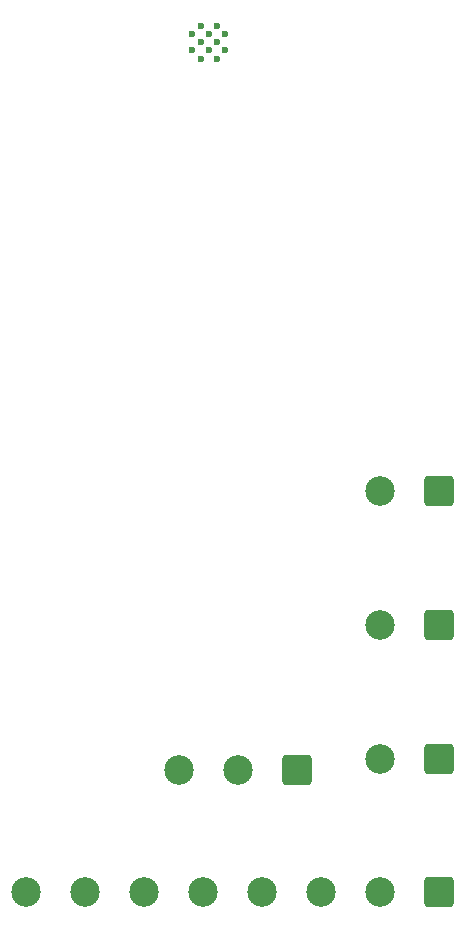
<source format=gbr>
%TF.GenerationSoftware,KiCad,Pcbnew,9.0.2*%
%TF.CreationDate,2025-05-31T05:55:54-04:00*%
%TF.ProjectId,micro autodoor,6d696372-6f20-4617-9574-6f646f6f722e,rev?*%
%TF.SameCoordinates,Original*%
%TF.FileFunction,Copper,L2,Bot*%
%TF.FilePolarity,Positive*%
%FSLAX46Y46*%
G04 Gerber Fmt 4.6, Leading zero omitted, Abs format (unit mm)*
G04 Created by KiCad (PCBNEW 9.0.2) date 2025-05-31 05:55:54*
%MOMM*%
%LPD*%
G01*
G04 APERTURE LIST*
G04 Aperture macros list*
%AMRoundRect*
0 Rectangle with rounded corners*
0 $1 Rounding radius*
0 $2 $3 $4 $5 $6 $7 $8 $9 X,Y pos of 4 corners*
0 Add a 4 corners polygon primitive as box body*
4,1,4,$2,$3,$4,$5,$6,$7,$8,$9,$2,$3,0*
0 Add four circle primitives for the rounded corners*
1,1,$1+$1,$2,$3*
1,1,$1+$1,$4,$5*
1,1,$1+$1,$6,$7*
1,1,$1+$1,$8,$9*
0 Add four rect primitives between the rounded corners*
20,1,$1+$1,$2,$3,$4,$5,0*
20,1,$1+$1,$4,$5,$6,$7,0*
20,1,$1+$1,$6,$7,$8,$9,0*
20,1,$1+$1,$8,$9,$2,$3,0*%
G04 Aperture macros list end*
%TA.AperFunction,HeatsinkPad*%
%ADD10C,0.600000*%
%TD*%
%TA.AperFunction,ComponentPad*%
%ADD11RoundRect,0.250000X1.000000X1.000000X-1.000000X1.000000X-1.000000X-1.000000X1.000000X-1.000000X0*%
%TD*%
%TA.AperFunction,ComponentPad*%
%ADD12C,2.500000*%
%TD*%
G04 APERTURE END LIST*
D10*
%TO.P,U1,41,GND*%
%TO.N,GND*%
X143050070Y-86067767D03*
X143050070Y-84667767D03*
X142350070Y-86767767D03*
X142350070Y-85367767D03*
X142350070Y-83967767D03*
X141650070Y-86067767D03*
X141650070Y-84667767D03*
X140950070Y-86767767D03*
X140950070Y-85367767D03*
X140950070Y-83967767D03*
X140250070Y-86067767D03*
X140250070Y-84667767D03*
%TD*%
D11*
%TO.P,J5,1,Pin_1*%
%TO.N,/board_principal/FTC*%
X161150070Y-157327767D03*
D12*
%TO.P,J5,2,Pin_2*%
%TO.N,/board_principal/B_STOP*%
X156150070Y-157327767D03*
%TO.P,J5,3,Pin_3*%
%TO.N,/board_principal/BC*%
X151150070Y-157327767D03*
%TO.P,J5,4,Pin_4*%
%TO.N,/board_principal/BA*%
X146150070Y-157327767D03*
%TO.P,J5,5,Pin_5*%
%TO.N,/board_principal/PP*%
X141150070Y-157327767D03*
%TO.P,J5,6,Pin_6*%
%TO.N,/board_principal/LSC*%
X136150070Y-157327767D03*
%TO.P,J5,7,Pin_7*%
%TO.N,/board_principal/LSA*%
X131150070Y-157327767D03*
%TO.P,J5,8,Pin_8*%
%TO.N,GND*%
X126150070Y-157327767D03*
%TD*%
D11*
%TO.P,J4,1,Pin_1*%
%TO.N,/board_principal/RS-485+*%
X149100070Y-147017767D03*
D12*
%TO.P,J4,2,Pin_2*%
%TO.N,GND*%
X144100070Y-147017767D03*
%TO.P,J4,3,Pin_3*%
%TO.N,/board_principal/RS-485-*%
X139100070Y-147017767D03*
%TD*%
D11*
%TO.P,J3,1,Pin_1*%
%TO.N,VCC*%
X161150070Y-123387767D03*
D12*
%TO.P,J3,2,Pin_2*%
%TO.N,GND*%
X156150070Y-123387767D03*
%TD*%
D11*
%TO.P,J2,1,Pin_1*%
%TO.N,/MA_POWER*%
X161150070Y-134702767D03*
D12*
%TO.P,J2,2,Pin_2*%
%TO.N,/MC_POWER*%
X156150070Y-134702767D03*
%TD*%
D11*
%TO.P,J1,1,Pin_1*%
%TO.N,/board_principal/LAMP+*%
X161150070Y-146017767D03*
D12*
%TO.P,J1,2,Pin_2*%
%TO.N,/board_principal/LAMP-*%
X156150070Y-146017767D03*
%TD*%
M02*

</source>
